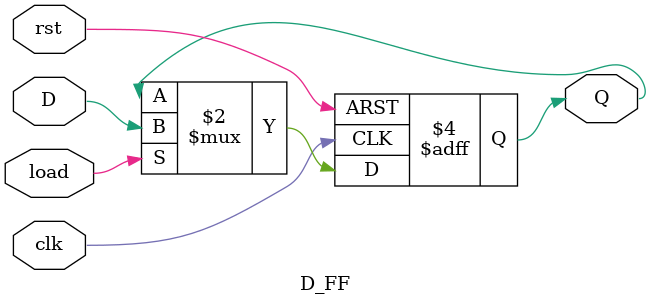
<source format=sv>
`timescale 1ns / 1ps


module D_FF(
    input load,
    input D,
    input clk,
    input rst,
    output logic Q
    );
    
    always_ff @(posedge clk or posedge rst) begin
        if(rst) 
            Q <= 1'b0;
        else if(load)
            Q <= D;
    end    
endmodule

</source>
